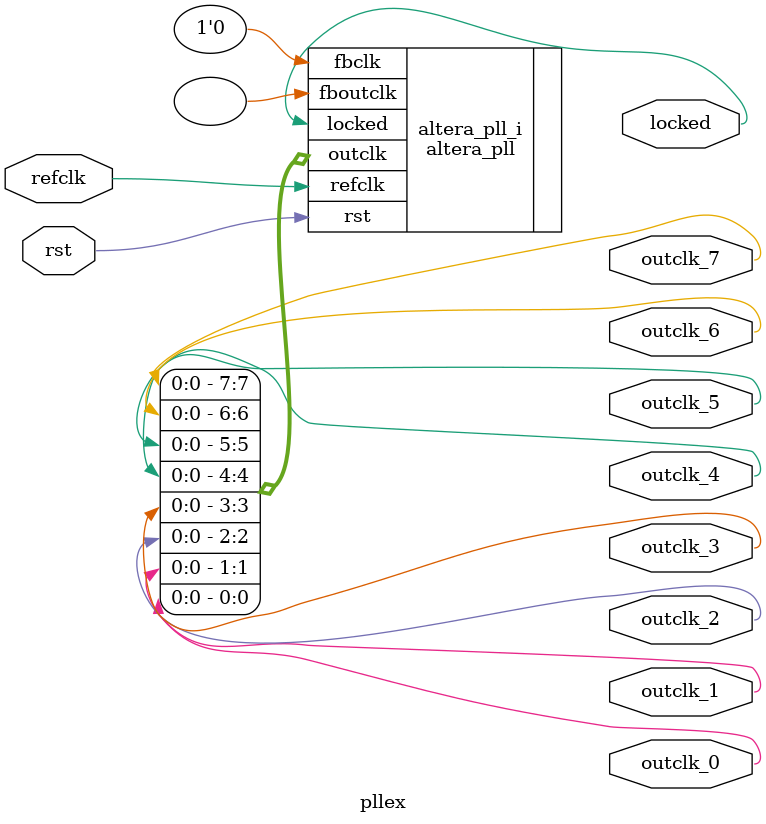
<source format=v>


`timescale 1ns/10ps
module pllex (

	input wire refclk,

	input wire rst,

	output wire outclk_0,

	output wire outclk_1,

	output wire outclk_2,

	output wire outclk_3,

	output wire outclk_4,

	output wire outclk_5,

	output wire outclk_6,

	output wire outclk_7,

	output wire locked
);

	altera_pll #(
		.fractional_vco_multiplier("false"),
		.reference_clock_frequency("100.0 MHz"),
		.operation_mode("normal"),
		.number_of_clocks(8),
		.output_clock_frequency0("800.0 MHz"),
		.phase_shift0("0 ps"),
		.duty_cycle0(50),
		.output_clock_frequency1("400.0 MHz"),
		.phase_shift1("0 ps"),
		.duty_cycle1(50),
		.output_clock_frequency2("400.0 MHz"),
		.phase_shift2("1875 ps"),
		.duty_cycle2(50),
		.output_clock_frequency3("200.0 MHz"),
		.phase_shift3("0 ps"),
		.duty_cycle3(50),
		.output_clock_frequency4("400.0 MHz"),
		.phase_shift4("0 ps"),
		.duty_cycle4(50),
		.output_clock_frequency5("400.0 MHz"),
		.phase_shift5("0 ps"),
		.duty_cycle5(50),
		.output_clock_frequency6("200.0 MHz"),
		.phase_shift6("0 ps"),
		.duty_cycle6(50),
		.output_clock_frequency7("50.0 MHz"),
		.phase_shift7("0 ps"),
		.duty_cycle7(50),
		.output_clock_frequency8("0 MHz"),
		.phase_shift8("0 ps"),
		.duty_cycle8(50),
		.output_clock_frequency9("0 MHz"),
		.phase_shift9("0 ps"),
		.duty_cycle9(50),
		.output_clock_frequency10("0 MHz"),
		.phase_shift10("0 ps"),
		.duty_cycle10(50),
		.output_clock_frequency11("0 MHz"),
		.phase_shift11("0 ps"),
		.duty_cycle11(50),
		.output_clock_frequency12("0 MHz"),
		.phase_shift12("0 ps"),
		.duty_cycle12(50),
		.output_clock_frequency13("0 MHz"),
		.phase_shift13("0 ps"),
		.duty_cycle13(50),
		.output_clock_frequency14("0 MHz"),
		.phase_shift14("0 ps"),
		.duty_cycle14(50),
		.output_clock_frequency15("0 MHz"),
		.phase_shift15("0 ps"),
		.duty_cycle15(50),
		.output_clock_frequency16("0 MHz"),
		.phase_shift16("0 ps"),
		.duty_cycle16(50),
		.output_clock_frequency17("0 MHz"),
		.phase_shift17("0 ps"),
		.duty_cycle17(50),
		.pll_type("General"),
		.pll_subtype("General")
	) altera_pll_i (
		.outclk	({outclk_7, outclk_6, outclk_5, outclk_4, outclk_3, outclk_2, outclk_1, outclk_0}),
		.locked	(locked),
		.fboutclk	( ),
		.fbclk	(1'b0),
		.rst	(rst),
		.refclk	(refclk)
	);
endmodule


</source>
